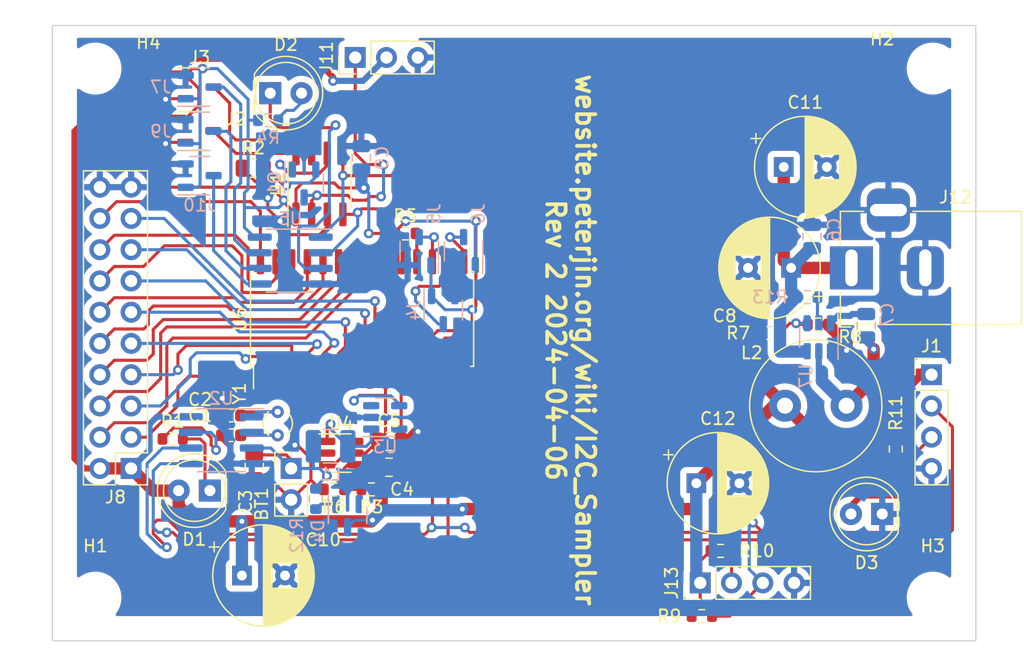
<source format=kicad_pcb>
(kicad_pcb (version 20211014) (generator pcbnew)
  (layers (0 "F.Cu" signal) (31 "B.Cu" signal) (34 "B.Paste" user) (35 "F.Paste" user) (36 "B.SilkS" user "B.Silkscreen") (37 "F.SilkS" user "F.Silkscreen") (38 "B.Mask" user) (39 "F.Mask" user) (44 "Edge.Cuts" user))
  (net 0 "")
  (net 1 "Net-(BT1-Pad1)")
  (net 2 "GND")
  (net 3 "Net-(C1-Pad1)")
  (net 4 "Net-(C2-Pad1)")
  (net 5 "VDD")
  (net 6 "Net-(D1-Pad1)")
  (net 7 "Net-(D2-Pad1)")
  (net 8 "Net-(D2-Pad2)")
  (net 9 "SDA")
  (net 10 "SCL")
  (net 11 "Net-(J2-Pad3)")
  (net 12 "Net-(J3-Pad3)")
  (net 13 "Net-(J4-Pad3)")
  (net 14 "Net-(J5-Pad3)")
  (net 15 "Net-(J6-Pad3)")
  (net 16 "Net-(J7-Pad3)")
  (net 17 "Net-(J8-Pad3)")
  (net 18 "Net-(J8-Pad4)")
  (net 19 "Net-(J8-Pad5)")
  (net 20 "Net-(J8-Pad6)")
  (net 21 "Net-(J8-Pad7)")
  (net 22 "Net-(J8-Pad8)")
  (net 23 "Net-(J8-Pad9)")
  (net 24 "Net-(J8-Pad10)")
  (net 25 "Net-(J8-Pad11)")
  (net 26 "Net-(J8-Pad12)")
  (net 27 "Net-(J8-Pad13)")
  (net 28 "Net-(J8-Pad14)")
  (net 29 "Net-(J8-Pad15)")
  (net 30 "Net-(J8-Pad16)")
  (net 31 "Net-(J8-Pad17)")
  (net 32 "Net-(J8-Pad18)")
  (net 33 "Net-(J9-Pad3)")
  (net 34 "Net-(J10-Pad3)")
  (net 35 "Net-(L1-Pad2)")
  (net 36 "Net-(Q1-Pad1)")
  (net 37 "Net-(Q1-Pad2)")
  (net 38 "1WIRE")
  (net 39 "Net-(R1-Pad1)")
  (net 40 "Net-(R3-Pad2)")
  (net 41 "Net-(R5-Pad2)")
  (net 48 "Net-(C11-Pad1)")
  (net 49 "Net-(C7-Pad1)")
  (net 50 "Net-(C7-Pad2)")
  (net 51 "Net-(R7-Pad2)")
  (net 52 "Net-(D3-Pad2)")
  (net 53 "Net-(D4-Pad1)")
  (net 55 "Net-(U7-Pad5)")
  (footprint "Capacitor_THT:CP_Radial_D8.0mm_P3.50mm" (layer "F.Cu") (at 110 69.7 180)
    (fp_text reference "C8")
    (fp_text value "C_Polarized")
  )
  (footprint "Resistor_SMD:R_0603_1608Metric" (layer "F.Cu") (at 104.275 92.7)
    (fp_text reference "R10")
    (fp_text value "R")
  )
  (footprint "Capacitor_SMD:C_0805_2012Metric" (layer "F.Cu") (at 77.35 85.9)
    (fp_text reference "C4")
    (fp_text value "C")
  )
  (footprint "Package_SO:SOIC-8_3.9x4.9mm_P1.27mm" (layer "F.Cu") (at 71.695 62.875 90)
    (fp_text reference "U1")
    (fp_text value "DS2482-100")
  )
  (footprint "Resistor_SMD:R_0603_1608Metric" (layer "F.Cu") (at 112.175 74.3)
    (fp_text reference "R8")
    (fp_text value "R")
  )
  (footprint "Capacitor_SMD:C_0805_2012Metric" (layer "F.Cu") (at 77.35 83.8)
    (fp_text reference "C5")
    (fp_text value "C")
  )
  (footprint "Resistor_SMD:R_0603_1608Metric" (layer "F.Cu") (at 78.675 66.9)
    (fp_text reference "R5")
    (fp_text value "R")
  )
  (footprint "Capacitor_THT:CP_Radial_D8.0mm_P3.50mm" (layer "F.Cu") (at 102.3 87.2)
    (fp_text reference "C12")
    (fp_text value "C_Polarized")
  )
  (footprint "LED_THT:LED_D5.0mm" (layer "F.Cu") (at 117.4 89.7 180)
    (fp_text reference "D3")
    (fp_text value "LED")
  )
  (footprint "Connector_BarrelJack:BarrelJack_Horizontal" (layer "F.Cu") (at 114.9 69.7 180)
    (fp_text reference "J12")
    (fp_text value "Barrel_Jack_Switch")
  )
  (footprint "Capacitor_SMD:C_0603_1608Metric" (layer "F.Cu") (at 64.525 83.3 180)
    (fp_text reference "C1")
    (fp_text value "4.7pf")
  )
  (footprint "Package_TO_SOT_SMD:SOT-23-3" (layer "F.Cu") (at 61.9375 58.55)
    (fp_text reference "J2")
    (fp_text value "Conn_01x03")
  )
  (footprint "MountingHole:MountingHole_3.2mm_M3" (layer "F.Cu") (at 121.5 96.5)
    (fp_text reference "H3")
    (fp_text value "MountingHole")
  )
  (footprint "LED_THT:LED_D5.0mm" (layer "F.Cu") (at 62.8 87.8 180)
    (fp_text reference "D1")
    (fp_text value "LED")
  )
  (footprint "Connector_PinHeader_2.54mm:PinHeader_1x02_P2.54mm_Vertical" (layer "F.Cu") (at 69.4 86)
    (fp_text reference "BT1")
    (fp_text value "Battery_Cell")
  )
  (footprint "MountingHole:MountingHole_3.2mm_M3" (layer "F.Cu") (at 121.5 53.5)
    (fp_text reference "H2")
    (fp_text value "MountingHole")
  )
  (footprint "Capacitor_SMD:C_0603_1608Metric" (layer "F.Cu") (at 64.525 81.7 180)
    (fp_text reference "C2")
    (fp_text value "4.7pf")
  )
  (footprint "Package_SO:SOIC-28W_7.5x17.9mm_P1.27mm" (layer "F.Cu") (at 75.155 73.85 90)
    (fp_text reference "U6")
    (fp_text value "MCP23017_SO")
  )
  (footprint "LED_THT:LED_D5.0mm" (layer "F.Cu") (at 67.7 55.5)
    (fp_text reference "D2")
    (fp_text value "LED")
  )
  (footprint "Resistor_SMD:R_0805_2012Metric" (layer "F.Cu") (at 66.3125 61.6)
    (fp_text reference "R2")
    (fp_text value "75")
  )
  (footprint "Resistor_SMD:R_0603_1608Metric" (layer "F.Cu") (at 75.925 87.7 180)
    (fp_text reference "R3")
    (fp_text value "R")
  )
  (footprint "Resistor_SMD:R_0603_1608Metric" (layer "F.Cu") (at 102.75 98)
    (fp_text reference "R9")
    (fp_text value "R")
  )
  (footprint "Resistor_SMD:R_0603_1608Metric" (layer "F.Cu") (at 72.875 87.7)
    (fp_text reference "R6")
    (fp_text value "R")
  )
  (footprint "Crystal:Crystal_Round_D2.0mm_Vertical" (layer "F.Cu") (at 68.3 83.3 90)
    (fp_text reference "Y1")
    (fp_text value "Crystal")
  )
  (footprint "Connector_PinHeader_2.54mm:PinHeader_2x10_P2.54mm_Vertical" (layer "F.Cu") (at 56.4 86 180)
    (fp_text reference "J8")
    (fp_text value "Conn_02x10_Odd_Even")
  )
  (footprint "Resistor_SMD:R_0603_1608Metric" (layer "F.Cu") (at 108.275 75)
    (fp_text reference "R7")
    (fp_text value "R")
  )
  (footprint "MountingHole:MountingHole_3.2mm_M3" (layer "F.Cu") (at 53.5 53.5)
    (fp_text reference "H4")
    (fp_text value "MountingHole")
  )
  (footprint "Package_TO_SOT_SMD:SOT-23-6" (layer "F.Cu") (at 73.4625 84.75)
    (fp_text reference "U4")
    (fp_text value "MCP1640BCH")
  )
  (footprint "Connector_PinHeader_2.54mm:PinHeader_1x04_P2.54mm_Vertical" (layer "F.Cu") (at 121.4 78.38)
    (fp_text reference "J1")
    (fp_text value "Conn_01x04")
  )
  (footprint "Resistor_SMD:R_0603_1608Metric" (layer "F.Cu") (at 118.5 84.425 -90)
    (fp_text reference "R11")
    (fp_text value "R")
  )
  (footprint "Capacitor_THT:CP_Radial_D8.0mm_P3.50mm" (layer "F.Cu") (at 109.4 61.5)
    (fp_text reference "C11")
    (fp_text value "C_Polarized")
  )
  (footprint "Connector_PinHeader_2.54mm:PinHeader_1x03_P2.54mm_Vertical" (layer "F.Cu") (at 74.6 52.6 90)
    (fp_text reference "J11")
    (fp_text value "Conn_01x03")
  )
  (footprint "Resistor_SMD:R_0603_1608Metric" (layer "F.Cu") (at 59.775 83.6)
    (fp_text reference "R1")
    (fp_text value "R")
  )
  (footprint "MountingHole:MountingHole_3.2mm_M3" (layer "F.Cu") (at 53.5 96.5)
    (fp_text reference "H1")
    (fp_text value "MountingHole")
  )
  (footprint "Capacitor_THT:CP_Radial_D8.0mm_P3.50mm" (layer "F.Cu") (at 65.4 94.7)
    (fp_text reference "C10")
    (fp_text value "C_Polarized")
  )
  (footprint "Package_TO_SOT_SMD:SOT-23-3" (layer "F.Cu") (at 61.9625 55)
    (fp_text reference "J3")
    (fp_text value "Conn_01x03")
  )
  (footprint "Inductor_THT:L_Radial_D10.5mm_P5.00mm_Abacron_AISR-01" (layer "F.Cu") (at 109.5 80.9)
    (fp_text reference "L2")
    (fp_text value "L")
  )
  (footprint "Capacitor_SMD:C_0805_2012Metric" (layer "F.Cu") (at 66.4 85.85 -90)
    (fp_text reference "C3")
    (fp_text value "C")
  )
  (footprint "Connector_PinHeader_2.54mm:PinHeader_1x04_P2.54mm_Vertical" (layer "F.Cu") (at 102.62 95.3 90)
    (fp_text reference "J13")
    (fp_text value "Conn_01x04")
  )
  (footprint "Package_TO_SOT_SMD:SOT-23" (layer "B.Cu") (at 73.98 89.8375 -90)
    (fp_text reference "D4")
    (fp_text value "BAT54A")
  )
  (footprint "Package_SO:SOIC-8_3.9x4.9mm_P1.27mm" (layer "B.Cu") (at 63.725 83.705 180)
    (fp_text reference "U2")
    (fp_text value "DS1307Z+")
  )
  (footprint "Resistor_SMD:R_0603_1608Metric" (layer "B.Cu") (at 71.405 88.48 90)
    (fp_text reference "R12")
    (fp_text value "R")
  )
  (footprint "Capacitor_SMD:C_0805_2012Metric" (layer "B.Cu") (at 111.7 67.15 90)
    (fp_text reference "C6")
    (fp_text value "C")
  )
  (footprint "Package_TO_SOT_SMD:SOT-23-3" (layer "B.Cu") (at 61.9625 58.6)
    (fp_text reference "J9")
    (fp_text value "Conn_01x03")
  )
  (footprint "Inductor_SMD:L_1210_3225Metric" (layer "B.Cu") (at 72.6 84.2)
    (fp_text reference "L1")
    (fp_text value "L")
  )
  (footprint "Package_TO_SOT_SMD:SOT-23-3" (layer "B.Cu") (at 83.4 68.3375 90)
    (fp_text reference "J6")
    (fp_text value "Conn_01x03")
  )
  (footprint "Package_TO_SOT_SMD:SOT-23-3" (layer "B.Cu") (at 79.8 68.3375 90)
    (fp_text reference "J5")
    (fp_text value "Conn_01x03")
  )
  (footprint "Package_TO_SOT_SMD:SOT-23-3" (layer "B.Cu") (at 61.9625 62.2)
    (fp_text reference "J10")
    (fp_text value "Conn_01x03")
  )
  (footprint "Package_TO_SOT_SMD:SOT-23-5" (layer "B.Cu") (at 77.0375 81.85)
    (fp_text reference "U3")
    (fp_text value "TPS613222ADBV")
  )
  (footprint "Capacitor_SMD:C_0805_2012Metric" (layer "B.Cu") (at 116.1 74.4 -90)
    (fp_text reference "C7")
    (fp_text value "C")
  )
  (footprint "Resistor_SMD:R_0603_1608Metric" (layer "B.Cu") (at 111.315 72.0725)
    (fp_text reference "R13")
    (fp_text value "R")
  )
  (footprint "Resistor_SMD:R_0603_1608Metric" (layer "B.Cu") (at 67.525 57.7)
    (fp_text reference "R4")
    (fp_text value "R")
  )
  (footprint "Capacitor_SMD:C_0805_2012Metric" (layer "B.Cu") (at 75.1 60.75 90)
    (fp_text reference "C9")
    (fp_text value "C")
  )
  (footprint "Package_SO:SOIC-8_3.9x4.9mm_P1.27mm" (layer "B.Cu") (at 69.325 69.105 180)
    (fp_text reference "U5")
    (fp_text value "LM75B")
  )
  (footprint "Package_TO_SOT_SMD:SOT-23-3" (layer "B.Cu") (at 61.9625 55)
    (fp_text reference "J7")
    (fp_text value "Conn_01x03")
  )
  (footprint "Package_TO_SOT_SMD:SOT-23-3" (layer "B.Cu") (at 81.75 73.1375 -90)
    (fp_text reference "J4")
    (fp_text value "Conn_01x03")
  )
  (footprint "Package_TO_SOT_SMD:SOT-23-3" (layer "B.Cu") (at 70.45 62.8375 -90)
    (fp_text reference "Q1")
    (fp_text value "Q_PMOS_GSD")
  )
  (footprint "Package_TO_SOT_SMD:SOT-23-6" (layer "B.Cu") (at 112.25 75.3375 90)
    (fp_text reference "U7")
    (fp_text value "AP62200")
  )
  (gr_line (start 125 50) (end 50 50) (layer "Edge.Cuts") (width 0.1))
  (gr_line (start 50 50) (end 50 100) (layer "Edge.Cuts") (width 0.1))
  (gr_line (start 50 100) (end 125 100) (layer "Edge.Cuts") (width 0.1))
  (gr_line (start 125 100) (end 125 50) (layer "Edge.Cuts") (width 0.1))
  (gr_text "website.peterjin.org/wiki/I2C_Sampler\nRev 2 2024-04-06" (at 92.075 75.565 270) (layer "F.SilkS") (effects (font (size 1.5 1.5) (thickness 0.3))))
  (segment (start 66.4 84.9) (end 69 84.9) (width 0.25) (layer "F.Cu") (net 1))
  (segment (start 73.5 85.1) (end 73.5 84.4) (width 0.25) (layer "F.Cu") (net 1))
  (segment (start 69.4 85.3) (end 69.4 86) (width 0.25) (layer "F.Cu") (net 1))
  (segment (start 72.325 86.575) (end 72.3 86.6) (width 0.25) (layer "F.Cu") (net 1))
  (segment (start 73.5 84.4) (end 74.1 83.8) (width 0.25) (layer "F.Cu") (net 1))
  (segment (start 74.1 83.8) (end 74.6 83.8) (width 0.25) (layer "F.Cu") (net 1))
  (segment (start 72.9 85.7) (end 73.5 85.1) (width 0.25) (layer "F.Cu") (net 1))
  (segment (start 72.325 85.7) (end 72.9 85.7) (width 0.25) (layer "F.Cu") (net 1))
  (segment (start 69 84.9) (end 69.4 85.3) (width 0.25) (layer "F.Cu") (net 1))
  (segment (start 72.325 85.7) (end 72.325 86.575) (width 0.25) (layer "F.Cu") (net 1))
  (via (at 72.3 86.6) (size 0.8) (drill 0.4) (layers "F.Cu" "B.Cu") (net 1))
  (segment (start 71.2 86) (end 71.7 86) (width 0.25) (layer "B.Cu") (net 1))
  (segment (start 71.405 87.655) (end 71.405 87.495) (width 0.25) (layer "B.Cu") (net 1))
  (segment (start 69.4 86) (end 71.2 86) (width 0.25) (layer "B.Cu") (net 1))
  (segment (start 69.4 86) (end 67.74 84.34) (width 0.25) (layer "B.Cu") (net 1))
  (segment (start 67.74 84.34) (end 66.2 84.34) (width 0.25) (layer "B.Cu") (net 1))
  (segment (start 71.7 86) (end 72.3 86.6) (width 0.25) (layer "B.Cu") (net 1))
  (segment (start 71.2 84.2) (end 71.2 86) (width 0.25) (layer "B.Cu") (net 1))
  (segment (start 71.405 87.495) (end 72.3 86.6) (width 0.25) (layer "B.Cu") (net 1))
  (segment (start 72.325 84.75) (end 71.45 84.75) (width 0.25) (layer "F.Cu") (net 2))
  (segment (start 66.4 86.8) (end 67.66 86.8) (width 0.25) (layer "F.Cu") (net 2))
  (segment (start 63.75 81.7) (end 63.75 83.3) (width 0.25) (layer "F.Cu") (net 2))
  (segment (start 59.3 59.5) (end 59.2 59.6) (width 0.25) (layer "F.Cu") (net 2))
  (segment (start 78.3 83.8) (end 78.9 83.8) (width 1) (layer "F.Cu") (net 2))
  (segment (start 69.3 67) (end 71.7 67) (width 0.25) (layer "F.Cu") (net 2))
  (segment (start 63.75 83.3) (end 63.75 83.65) (width 0.25) (layer "F.Cu") (net 2))
  (segment (start 72.05 87.7) (end 71.76 87.7) (width 0.25) (layer "F.Cu") (net 2))
  (segment (start 63.75 81.7) (end 63.8 81.65) (width 0.25) (layer "F.Cu") (net 2))
  (segment (start 78.9 83.8) (end 79.7 83) (width 1) (layer "F.Cu") (net 2))
  (segment (start 63.75 83.65) (end 64.5 84.4) (width 0.25) (layer "F.Cu") (net 2))
  (segment (start 64.5 86.5) (end 64.8 86.8) (width 0.25) (layer "F.Cu") (net 2))
  (segment (start 66.64 63.14) (end 67.5 64) (width 0.25) (layer "F.Cu") (net 2))
  (segment (start 67.5 64) (end 67.5 64.9) (width 0.25) (layer "F.Cu") (net 2))
  (segment (start 64.8 86.8) (end 66.4 86.8) (width 0.25) (layer "F.Cu") (net 2))
  (segment (start 60.8 59.5) (end 59.3 59.5) (width 0.25) (layer "F.Cu") (net 2))
  (segment (start 71 85.2) (end 69.9 84.1) (width 0.25) (layer "F.Cu") (net 2))
  (segment (start 68.5 65.9) (end 68.5 66.2) (width 0.25) (layer "F.Cu") (net 2))
  (segment (start 59.25 55.95) (end 59.2 56) (width 0.25) (layer "F.Cu") (net 2))
  (segment (start 68.5 66.2) (end 69.3 67) (width 0.25) (layer "F.Cu") (net 2))
  (segment (start 71.45 84.75) (end 71 85.2) (width 0.25) (layer "F.Cu") (net 2))
  (segment (start 71 85.2) (end 71 86.94) (width 0.25) (layer "F.Cu") (net 2))
  (segment (start 72.33 66.37) (end 72.33 65.35) (width 0.25) (layer "F.Cu") (net 2))
  (segment (start 69.9 84.1) (end 69.7 84.1) (width 0.25) (layer "F.Cu") (net 2))
  (segment (start 63.8 81.65) (end 63.8 80.3) (width 0.25) (layer "F.Cu") (net 2))
  (segment (start 71.7 67) (end 72.33 66.37) (width 0.25) (layer "F.Cu") (net 2))
  (segment (start 60.825 55.95) (end 59.25 55.95) (width 0.25) (layer "F.Cu") (net 2))
  (segment (start 71.76 87.7) (end 71 86.94) (width 0.25) (layer "F.Cu") (net 2))
  (segment (start 71 86.94) (end 69.4 88.54) (width 0.25) (layer "F.Cu") (net 2))
  (segment (start 78.3 85.9) (end 78.3 83.8) (width 1) (layer "F.Cu") (net 2))
  (segment (start 67.66 86.8) (end 69.4 88.54) (width 0.25) (layer "F.Cu") (net 2))
  (segment (start 113 74.3) (end 114.5 75.8) (width 1) (layer "F.Cu") (net 2))
  (segment (start 64.5 84.4) (end 64.5 86.5) (width 0.25) (layer "F.Cu") (net 2))
  (segment (start 56.4 63.14) (end 66.64 63.14) (width 0.25) (layer "F.Cu") (net 2))
  (segment (start 78.33 83.77) (end 78.3 83.8) (width 0.25) (layer "F.Cu") (net 2))
  (segment (start 78.33 78.5) (end 78.33 83.77) (width 0.25) (layer "F.Cu") (net 2))
  (segment (start 114.5 75.8) (end 114.5 76.4) (width 1) (layer "F.Cu") (net 2))
  (segment (start 67.5 64.9) (end 68.5 65.9) (width 0.25) (layer "F.Cu") (net 2))
  (via (at 67.5 64) (size 0.8) (drill 0.4) (layers "F.Cu" "B.Cu") (net 2))
  (via (at 114.5 76.4) (size 0.8) (drill 0.4) (layers "F.Cu" "B.Cu") (net 2))
  (via (at 63.8 80.3) (size 0.8) (drill 0.4) (layers "F.Cu" "B.Cu") (net 2))
  (via (at 79.7 83) (size 0.8) (drill 0.4) (layers "F.Cu" "B.Cu") (net 2))
  (via (at 59.2 59.6) (size 0.8) (drill 0.4) (layers "F.Cu" "B.Cu") (net 2))
  (via (at 69.7 84.1) (size 0.8) (drill 0.4) (layers "F.Cu" "B.Cu") (net 2))
  (via (at 68.5 65.9) (size 0.8) (drill 0.4) (layers "F.Cu" "B.Cu") (net 2))
  (via (at 59.2 56) (size 0.8) (drill 0.4) (layers "F.Cu" "B.Cu") (net 2))
  (segment (start 68.3 83.3) (end 65.3 83.3) (width 0.25) (layer "F.Cu") (net 3))
  (segment (start 66.43 83.3) (end 66.2 83.07) (width 0.25) (layer "B.Cu") (net 3))
  (segment (start 68.3 83.3) (end 66.43 83.3) (width 0.25) (layer "B.Cu") (net 3))
  (segment (start 65.6 81.4) (end 68.3 81.4) (width 0.25) (layer "F.Cu") (net 4))
  (segment (start 65.3 81.7) (end 65.6 81.4) (width 0.25) (layer "F.Cu") (net 4))
  (segment (start 66.6 81.4) (end 66.2 81.8) (width 0.25) (layer "B.Cu") (net 4))
  (segment (start 68.3 81.4) (end 66.6 81.4) (width 0.25) (layer "B.Cu") (net 4))
  (segment (start 84.1 74.3) (end 83.6 74.8) (width 0.25) (layer "F.Cu") (net 5))
  (segment (start 77.06 80.06) (end 77.06 83.14) (width 0.25) (layer "F.Cu") (net 5))
  (segment (start 84.4 72.8) (end 84.1 73.1) (width 0.25) (layer "F.Cu") (net 5))
  (segment (start 102.62 95.3) (end 102.62 97.305) (width 0.25) (layer "F.Cu") (net 5))
  (segment (start 68.8 64.2) (end 68.8 64.36) (width 0.25) (layer "F.Cu") (net 5))
  (segment (start 108.6 80.9) (end 102.3 87.2) (width 1) (layer "F.Cu") (net 5))
  (segment (start 107.45 75) (end 107.45 78.85) (width 1) (layer "F.Cu") (net 5))
  (segment (start 77.06 78.5) (end 77.06 80.06) (width 0.25) (layer "F.Cu") (net 5))
  (segment (start 109.5 80.9) (end 108.6 80.9) (width 1) (layer "F.Cu") (net 5))
  (segment (start 76.4 83.8) (end 76.4 85.9) (width 0.25) (layer "F.Cu") (net 5))
  (segment (start 60.7 57.5) (end 60.8 57.6) (width 0.5) (layer "F.Cu") (net 5))
  (segment (start 67.29 62.69) (end 68.8 64.2) (width 0.25) (layer "F.Cu") (net 5))
  (segment (start 84.4 65.9) (end 84.4 72.8) (width 0.25) (layer "F.Cu") (net 5))
  (segment (start 77.06 83.14) (end 76.4 83.8) (width 0.25) (layer "F.Cu") (net 5))
  (segment (start 73.3 63.2) (end 75.3 63.2) (width 0.25) (layer "F.Cu") (net 5))
  (segment (start 52.6 86) (end 51.8 85.2) (width 0.5) (layer "F.Cu") (net 5))
  (segment (start 60.26 87.8) (end 58.2 87.8) (width 1) (layer "F.Cu") (net 5))
  (segment (start 58.8 53.9) (end 60.675 53.9) (width 0.5) (layer "F.Cu") (net 5))
  (segment (start 71.3 52.7) (end 71.4 52.8) (width 0.5) (layer "F.Cu") (net 5))
  (segment (start 76.75 87.7) (end 76.75 89.45) (width 1) (layer "F.Cu") (net 5))
  (segment (start 53.86 86) (end 52.6 86) (width 0.5) (layer "F.Cu") (net 5))
  (segment (start 107.45 78.85) (end 109.5 80.9) (width 1) (layer "F.Cu") (net 5))
  (segment (start 72.9 62.8) (end 73.3 63.2) (width 0.25) (layer "F.Cu") (net 5))
  (segment (start 75.9 90.3) (end 76 90.2) (width 1) (layer "F.Cu") (net 5))
  (segment (start 65.4 90.3) (end 75.9 90.3) (width 1) (layer "F.Cu") (net 5))
  (segment (start 58.2 87.8) (end 56.4 86) (width 1) (layer "F.Cu") (net 5))
  (segment (start 77.4 77) (end 77.06 77.34) (width 0.25) (layer "F.Cu") (net 5))
  (segment (start 75.45 84.75) (end 76.4 83.8) (width 0.25) (layer "F.Cu") (net 5))
  (segment (start 61.487208 90.3) (end 65.4 90.3) (width 1) (layer "F.Cu") (net 5))
  (segment (start 61.9 55.125) (end 60.825 54.05) (width 0.25) (layer "F.Cu") (net 5))
  (segment (start 69.79 65.35) (end 69.79 63.31) (width 0.25) (layer "F.Cu") (net 5))
  (segment (start 80.2 75.9) (end 80.2 76.7) (width 0.25) (layer "F.Cu") (net 5))
  (segment (start 60.26 87.8) (end 60.26 89.072792) (width 1) (layer "F.Cu") (net 5))
  (segment (start 60.825 54.05) (end 60.8 54.025) (width 0.5) (layer "F.Cu") (net 5))
  (segment (start 120.32 78.38) (end 121.4 78.38) (width 1) (layer "F.Cu") (net 5))
  (segment (start 60.8 54.025) (end 60.8 53.1) (width 0.5) (layer "F.Cu") (net 5))
  (segment (start 76.75 86.25) (end 76.4 85.9) (width 0.25) (layer "F.Cu") (net 5))
  (segment (start 60.675 53.9) (end 60.825 54.05) (width 0.5) (layer "F.Cu") (net 5))
  (segment (start 118.2 83.3) (end 118.5 83.6) (width 1) (layer "F.Cu") (net 5))
  (segment (start 61.9 56.5) (end 61.9 55.125) (width 0.25) (layer "F.Cu") (net 5))
  (segment (start 66.49 62.69) (end 67.29 62.69) (width 0.25) (layer "F.Cu") (net 5))
  (segment (start 83.3 89.3) (end 102.3 89.3) (width 1) (layer "F.Cu") (net 5))
  (segment (start 77.85 66.9) (end 77.85 66.75) (width 0.25) (layer "F.Cu") (net 5))
  (segment (start 70.3 62.8) (end 72.8 62.8) (width 0.25) (layer "F.Cu") (net 5))
  (segment (start 58.1 54.6) (end 58.8 53.9) (width 0.5) (layer "F.Cu") (net 5))
  (segment (start 75.45 84.75) (end 75.45 84.95) (width 0.25) (layer "F.Cu") (net 5))
  (segment (start 119.3 82.8) (end 119.3 79.4) (width 1) (layer "F.Cu") (net 5))
  (segment (start 60.8 57.6) (end 61.9 56.5) (width 0.25) (layer "F.Cu") (net 5))
  (segment (start 103.45 92.7) (end 102.62 93.53) (width 0.25) (layer "F.Cu") (net 5))
  (segment (start 109.5 80.9) (end 111.9 83.3) (width 1) (layer "F.Cu") (net 5))
  (segment (start 60.26 89.072792) (end 61.487208 90.3) (width 1) (layer "F.Cu") (net 5))
  (segment (start 51.8 58.6) (end 52.9 57.5) (width 0.5) (layer "F.Cu") (net 5))
  (segment (start 53.86 86) (end 56.4 86) (width 1) (layer "F.Cu") (net 5))
  (segment (start 84.1 73.1) (end 84.1 74.3) (width 0.25) (layer "F.Cu") (net 5))
  (segment (start 58.1 57.5) (end 60.7 57.5) (width 0.5) (layer "F.Cu") (net 5))
  (segment (start 75.45 84.95) (end 76.4 85.9) (width 0.25) (layer "F.Cu") (net 5))
  (segment (start 52.9 57.5) (end 58.1 57.5) (width 0.5) (layer "F.Cu") (net 5))
  (segment (start 69.79 63.31) (end 70.3 62.8) (width 0.25) (layer "F.Cu") (net 5))
  (segment (start 83.6 74.8) (end 81.3 74.8) (width 0.25) (layer "F.Cu") (net 5))
  (segment (start 60.8 53.1) (end 60.8 52.9) (width 0.5) (layer "F.Cu") (net 5))
  (segment (start 72.8 62.8) (end 72.9 62.8) (width 0.25) (layer "F.Cu") (net 5))
  (segment (start 77.06 77.34) (end 77.06 78.5) (width 0.25) (layer "F.Cu") (net 5))
  (segment (start 111.9 83.3) (end 118.2 83.3) (width 1) (layer "F.Cu") (net 5))
  (segment (start 77.06 80.06) (end 74.94 80.06) (width 0.25) (layer "F.Cu") (net 5))
  (segment (start 74.6 84.75) (end 75.45 84.75) (width 0.25) (layer "F.Cu") (net 5))
  (segment (start 118.5 83.6) (end 119.3 82.8) (width 1) (layer "F.Cu") (net 5))
  (segment (start 79.9 77) (end 77.4 77) (width 0.25) (layer "F.Cu") (net 5))
  (segment (start 72.8 54.2) (end 72.8 54.5) (width 0.5) (layer "F.Cu") (net 5))
  (segment (start 51.8 85.2) (end 51.8 58.6) (width 0.5) (layer "F.Cu") (net 5))
  (segment (start 102.3 89.3) (end 102.3 87.2) (width 1) (layer "F.Cu") (net 5))
  (segment (start 74.94 80.06) (end 74.5 80.5) (width 0.25) (layer "F.Cu") (net 5))
  (segment (start 119.3 79.4) (end 120.32 78.38) (width 1) (layer "F.Cu") (net 5))
  (segment (start 60.8 52.9) (end 61 52.7) (width 0.5) (layer "F.Cu") (net 5))
  (segment (start 61.375 53.5) (end 60.825 54.05) (width 0.25) (layer "F.Cu") (net 5))
  (segment (start 71.4 52.8) (end 72.8 54.2) (width 0.5) (layer "F.Cu") (net 5))
  (segment (start 68.8 64.36) (end 69.79 65.35) (width 0.25) (layer "F.Cu") (net 5))
  (segment (start 61 52.7) (end 71.3 52.7) (width 0.5) (layer "F.Cu") (net 5))
  (segment (start 76.75 87.7) (end 76.75 86.25) (width 0.25) (layer "F.Cu") (net 5))
  (segment (start 102.62 97.305) (end 101.925 98) (width 0.25) (layer "F.Cu") (net 5))
  (segment (start 80.2 76.7) (end 79.9 77) (width 0.25) (layer "F.Cu") (net 5))
  (segment (start 77.85 66.9) (end 75.7 66.9) (width 0.25) (layer "F.Cu") (net 5))
  (segment (start 58.1 57.5) (end 58.1 54.6) (width 0.5) (layer "F.Cu") (net 5))
  (segment (start 77.85 66.75) (end 78.7 65.9) (width 0.25) (layer "F.Cu") (net 5))
  (segment (start 102.62 93.53) (end 102.62 95.3) (width 0.25) (layer "F.Cu") (net 5))
  (segment (start 62.2 53.5) (end 61.375 53.5) (width 0.25) (layer "F.Cu") (net 5))
  (segment (start 81.3 74.8) (end 80.2 75.9) (width 0.25) (layer "F.Cu") (net 5))
  (segment (start 65.4 61.6) (end 66.49 62.69) (width 0.25) (layer "F.Cu") (net 5))
  (segment (start 76.75 89.45) (end 76 90.2) (width 1) (layer "F.Cu") (net 5))
  (via (at 72.8 54.5) (size 0.8) (drill 0.4) (layers "F.Cu" "B.Cu") (net 5))
  (via (at 84.1 73.1) (size 0.8) (drill 0.4) (layers "F.Cu" "B.Cu") (net 5))
  (via (at 78.7 65.9) (size 0.8) (drill 0.4) (layers "F.Cu" "B.Cu") (net 5))
  (via (at 75.7 66.9) (size 0.8) (drill 0.4) (layers "F.Cu" "B.Cu") (net 5))
  (via (at 65.4 90.3) (size 0.8) (drill 0.4) (layers "F.Cu" "B.Cu") (net 5))
  (via (at 68.8 64.2) (size 0.8) (drill 0.4) (layers "F.Cu" "B.Cu") (net 5))
  (via (at 84.4 65.9) (size 0.8) (drill 0.4) (layers "F.Cu" "B.Cu") (net 5))
  (via (at 75.3 63.2) (size 0.8) (drill 0.4) (layers "F.Cu" "B.Cu") (net 5))
  (via (at 76 90.2) (size 0.8) (drill 0.4) (layers "F.Cu" "B.Cu") (net 5))
  (via (at 83.3 89.3) (size 0.8) (drill 0.4) (layers "F.Cu" "B.Cu") (net 5))
  (via (at 62.2 53.5) (size 0.8) (drill 0.4) (layers "F.Cu" "B.Cu") (net 5))
  (via (at 74.5 80.5) (size 0.8) (drill 0.4) (layers "F.Cu" "B.Cu") (net 5))
  (segment (start 80.8 72) (end 80.75 71.95) (width 0.25) (layer "B.Cu") (net 5))
  (segment (start 61.95 55.95) (end 62 55.9) (width 0.25) (layer "B.Cu") (net 5))
  (segment (start 80.8 72) (end 81.9 73.1) (width 0.25) (layer "B.Cu") (net 5))
  (segment (start 72.8 54.5) (end 75.24 54.5) (width 0.5) (layer "B.Cu") (net 5))
  (segment (start 61.85 63.15) (end 62 63) (width 0.25) (layer "B.Cu") (net 5))
  (segment (start 75.7 63.6) (end 75.7 66.9) (width 0.25) (layer "B.Cu") (net 5))
  (segment (start 60.825 63.15) (end 61.85 63.15) (width 0.25) (layer "B.Cu") (net 5))
  (segment (start 75.3 63.2) (end 75.7 63.6) (width 0.25) (layer "B.Cu") (net 5))
  (segment (start 60.825 55.95) (end 61.95 55.95) (width 0.25) (layer "B.Cu") (net 5))
  (segment (start 83.2 89.4) (end 83.3 89.3) (width 1) (layer "B.Cu") (net 5))
  (segment (start 57.9 82.4) (end 57.9 84.5) (width 0.5) (layer "B.Cu") (net 5))
  (segment (start 61.25 81.8) (end 58.5 81.8) (width 0.5) (layer "B.Cu") (net 5))
  (segment (start 80.75 70.75) (end 80.75 69.475) (width 0.25) (layer "B.Cu") (net 5))
  (segment (start 65.6 64.7) (end 65.6 66.4) (width 0.25) (layer "B.Cu") (net 5))
  (segment (start 65.9 57.7) (end 65.9 63.3) (width 0.25) (layer "B.Cu") (net 5))
  (segment (start 74.555 90.2) (end 73.98 90.775) (width 0.25) (layer "B.Cu") (net 5))
  (segment (start 65.6 64.7) (end 65.7 64.8) (width 0.25) (layer "B.Cu") (net 5))
  (segment (start 58.5 81.8) (end 57.9 82.4) (width 0.5) (layer "B.Cu") (net 5))
  (segment (start 57.9 84.5) (end 56.4 86) (width 0.5) (layer "B.Cu") (net 5))
  (segment (start 65.9 56) (end 65.9 57.7) (width 0.25) (layer "B.Cu") (net 5))
  (segment (start 84.4 66.4) (end 84.4 65.9) (width 0.25) (layer "B.Cu") (net 5))
  (segment (start 81.9 73.1) (end 84.1 73.1) (width 0.25) (layer "B.Cu") (net 5))
  (segment (start 65.7 64.8) (end 68.4 64.8) (width 0.25) (layer "B.Cu") (net 5))
  (segment (start 75.1 63) (end 75.3 63.2) (width 1) (layer "B.Cu") (net 5))
  (segment (start 62 55.9) (end 62 53.7) (width 0.25) (layer "B.Cu") (net 5))
  (segment (start 60.875 59.6) (end 60.825 59.55) (width 0.25) (layer "B.Cu") (net 5))
  (segment (start 75.24 54.5) (end 77.14 52.6) (width 0.5) (layer "B.Cu") (net 5))
  (segment (start 65.6 66.4) (end 66.4 67.2) (width 0.25) (layer "B.Cu") (net 5))
  (segment (start 84.35 66.45) (end 84.4 66.4) (width 0.25) (layer "B.Cu") (net 5))
  (segment (start 74.5 80.5) (end 74.9 80.1) (width 0.25) (layer "B.Cu") (net 5))
  (segment (start 102.3 87.2) (end 102.3 94.98) (width 1) (layer "B.Cu") (net 5))
  (segment (start 84.35 69.475) (end 84.35 66.45) (width 0.25) (layer "B.Cu") (net 5))
  (segment (start 65.9 63.3) (end 65.6 63.6) (width 0.25) (layer "B.Cu") (net 5))
  (segment (start 77.5 80.1) (end 78.175 80.775) (width 0.25) (layer "B.Cu") (net 5))
  (segment (start 63.4 53.5) (end 65.9 56) (width 0.25) (layer "B.Cu") (net 5))
  (segment (start 62 59.6) (end 62 55.9) (width 0.25) (layer "B.Cu") (net 5))
  (segment (start 78.175 80.775) (end 78.175 80.9) (width 0.25) (layer "B.Cu") (net 5))
  (segment (start 62 59.6) (end 60.875 59.6) (width 0.25) (layer "B.Cu") (net 5))
  (segment (start 80.75 71.95) (end 80.75 70.75) (width 0.25) (layer "B.Cu") (net 5))
  (segment (start 65.6 63.6) (end 65.6 64.7) (width 0.25) (layer "B.Cu") (net 5))
  (segment (start 76.8 89.4) (end 81.6 89.4) (width 1) (layer "B.Cu") (net 5))
  (segment (start 84.4 65.9) (end 78.7 65.9) (width 0.25) (layer "B.Cu") (net 5))
  (segment (start 76 90.2) (end 76.8 89.4) (width 1) (layer "B.Cu") (net 5))
  (segment (start 76 90.2) (end 74.555 90.2) (width 0.25) (layer "B.Cu") (net 5))
  (segment (start 102.3 94.98) (end 102.62 95.3) (width 1) (layer "B.Cu") (net 5))
  (segment (start 62 63) (end 62 59.6) (width 0.25) (layer "B.Cu") (net 5))
  (segment (start 65.9 57.7) (end 66.7 57.7) (width 0.25) (layer "B.Cu") (net 5))
  (segment (start 66.4 67.2) (end 66.85 67.2) (width 0.25) (layer "B.Cu") (net 5))
  (segment (start 81.6 89.4) (end 83.2 89.4) (width 1) (layer "B.Cu") (net 5))
  (segment (start 74.9 80.1) (end 77.5 80.1) (width 0.25) (layer "B.Cu") (net 5))
  (segment (start 75.1 61.7) (end 75.1 63) (width 1) (layer "B.Cu") (net 5))
  (segment (start 65.4 94.7) (end 65.4 90.3) (width 1) (layer "B.Cu") (net 5))
  (segment (start 68.8 64.4) (end 68.8 64.2) (width 0.25) (layer "B.Cu") (net 5))
  (segment (start 68.4 64.8) (end 68.8 64.4) (width 0.25) (layer "B.Cu") (net 5))
  (segment (start 62 53.7) (end 62.2 53.5) (width 0.25) (layer "B.Cu") (net 5))
  (segment (start 62.2 53.5) (end 63.4 53.5) (width 0.25) (layer "B.Cu") (net 5))
  (segment (start 62.4 84) (end 62.4 87.4) (width 0.25) (layer "F.Cu") (net 6))
  (segment (start 62.4 87.4) (end 62.8 87.8) (width 0.25) (layer "F.Cu") (net 6))
  (segment (start 60.6 83.6) (end 62 83.6) (width 0.25) (layer "F.Cu") (net 6))
  (segment (start 62 83.6) (end 62.4 84) (width 0.25) (layer "F.Cu") (net 6))
  (segment (start 67.7 57.6) (end 68.3 58.2) (width 0.25) (layer "F.Cu") (net 7))
  (segment (start 68.4 58.3) (end 72.4 58.3) (width 0.25) (layer "F.Cu") (net 7))
  (segment (start 67.7 55.5) (end 67.7 57.6) (width 0.25) (layer "F.Cu") (net 7))
  (segment (start 72.4 58.3) (end 72.8 58.3) (width 0.25) (layer "F.Cu") (net 7))
  (segment (start 72.8 58.3) (end 73 58.1) (width 0.25) (layer "F.Cu") (net 7))
  (segment (start 68.3 58.2) (end 68.4 58.3) (width 0.25) (layer "F.Cu") (net 7))
  (via (at 73 58.1) (size 0.8) (drill 0.4) (layers "F.Cu" "B.Cu") (net 7))
  (segment (start 70 69.2) (end 70.54 69.74) (width 0.25) (layer "B.Cu") (net 7))
  (segment (start 70 66.5) (end 70 69.2) (width 0.25) (layer "B.Cu") (net 7))
  (segment (start 72.5 58.6) (end 72.5 65.2) (width 0.25) (layer "B.Cu") (net 7))
  (segment (start 72.5 65.2) (end 71.4 66.3) (width 0.25) (layer "B.Cu") (net 7))
  (segment (start 70.2 66.3) (end 70 66.5) (width 0.25) (layer "B.Cu") (net 7))
  (segment (start 70.54 69.74) (end 71.8 69.74) (width 0.25) (layer "B.Cu") (net 7))
  (segment (start 71.4 66.3) (end 70.2 66.3) (width 0.25) (layer "B.Cu") (net 7))
  (segment (start 73 58.1) (end 72.5 58.6) (width 0.25) (layer "B.Cu") (net 7))
  (segment (start 69.6 56.9) (end 70.24 56.26) (width 0.25) (layer "B.Cu") (net 8))
  (segment (start 70.24 56.26) (end 70.24 55.5) (width 0.25) (layer "B.Cu") (net 8))
  (segment (start 68.35 57.7) (end 68.35 57.55) (width 0.25) (layer "B.Cu") (net 8))
  (segment (start 68.35 57.55) (end 69 56.9) (width 0.25) (layer "B.Cu") (net 8))
  (segment (start 69 56.9) (end 69.6 56.9) (width 0.25) (layer "B.Cu") (net 8))
  (segment (start 105.1 91.8) (end 122.3 91.8) (width 0.25) (layer "F.Cu") (net 9))
  (segment (start 123.1 91) (end 123.1 82.62) (width 0.25) (layer "F.Cu") (net 9))
  (segment (start 105.1 91.8) (end 105.1 92.7) (width 0.25) (layer "F.Cu") (net 9))
  (segment (start 59.3 91.2) (end 59.8 91.2) (width 0.25) (layer "F.Cu") (net 9))
  (segment (start 105.16 92.76) (end 105.1 92.7) (width 0.25) (layer "F.Cu") (net 9))
  (segment (start 87.1 75.1) (end 86.2 76) (width 0.25) (layer "F.Cu") (net 9))
  (segment (start 60.4 91.8) (end 81.8 91.8) (width 0.25) (layer "F.Cu") (net 9))
  (segment (start 82.5 76) (end 82.14 76.36) (width 0.25) (layer "F.Cu") (net 9))
  (segment (start 81.8 91.8) (end 82.14 91.46) (width 0.25) (layer "F.Cu") (net 9))
  (segment (start 122.3 91.8) (end 123.1 91) (width 0.25) (layer "F.Cu") (net 9))
  (segment (start 82.14 91.46) (end 82.14 78.5) (width 0.25) (layer "F.Cu") (net 9))
  (segment (start 81.8 91.8) (end 105.1 91.8) (width 0.25) (layer "F.Cu") (net 9))
  (segment (start 86.2 76) (end 82.5 76) (width 0.25) (layer "F.Cu") (net 9))
  (segment (start 123.1 82.62) (end 121.4 80.92) (width 0.25) (layer "F.Cu") (net 9))
  (segment (start 87.1 63) (end 87.1 75.1) (width 0.25) (layer "F.Cu") (net 9))
  (segment (start 59.8 91.2) (end 60.4 91.8) (width 0.25) (layer "F.Cu") (net 9))
  (segment (start 73.6 62.2) (end 86.3 62.2) (width 0.25) (layer "F.Cu") (net 9))
  (segment (start 86.3 62.2) (end 87.1 63) (width 0.25) (layer "F.Cu") (net 9))
  (segment (start 105.16 95.3) (end 105.16 92.76) (width 0.25) (layer "F.Cu") (net 9))
  (segment (start 82.14 76.36) (end 82.14 78.5) (width 0.25) (layer "F.Cu") (net 9))
  (segment (start 73.6 62.2) (end 73.6 60.4) (width 0.25) (layer "F.Cu") (net 9))
  (via (at 73.6 62.2) (size 0.8) (drill 0.4) (layers "F.Cu" "B.Cu") (net 9))
  (via (at 59.3 91.2) (size 0.8) (drill 0.4) (layers "F.Cu" "B.Cu") (net 9))
  (segment (start 58.6 91.2) (end 59.3 91.2) (width 0.25) (layer "B.Cu") (net 9))
  (segment (start 58.3 86.1) (end 58.2 86.2) (width 0.25) (layer "B.Cu") (net 9))
  (segment (start 73.6 65.4) (end 73.6 62.2) (width 0.25) (layer "B.Cu") (net 9))
  (segment (start 58.5 91.1) (end 58.6 91.2) (width 0.25) (layer "B.Cu") (net 9))
  (segment (start 58.2 90.8) (end 58.5 91.1) (width 0.25) (layer "B.Cu") (net 9))
  (segment (start 71.8 67.2) (end 73.6 65.4) (width 0.25) (layer "B.Cu") (net 9))
  (segment (start 58.2 86.2) (end 58.2 90.8) (width 0.25) (layer "B.Cu") (net 9))
  (segment (start 58.79 85.61) (end 58.3 86.1) (width 0.25) (layer "B.Cu") (net 9))
  (segment (start 61.25 85.61) (end 58.79 85.61) (width 0.25) (layer "B.Cu") (net 9))
  (segment (start 80.87 90.73) (end 80.8 90.8) (width 0.25) (layer "F.Cu") (net 10))
  (segment (start 120 90.6) (end 119.4 91.2) (width 0.25) (layer "F.Cu") (net 10))
  (segment (start 80.87 78.5) (end 80.87 76.43) (width 0.25) (layer "F.Cu") (net 10))
  (segment (start 107.5 91.2) (end 83.9 91.2) (width 0.25) (layer "F.Cu") (net 10))
  (segment (start 80.8 90.8) (end 80.25 91.35) (width 0.25) (layer "F.Cu") (net 10))
  (segment (start 85.8 75.4) (end 86.5 74.7) (width 0.25) (layer "F.Cu") (net 10))
  (segment (start 120 84.86) (end 120 90.6) (width 0.25) (layer "F.Cu") (net 10))
  (segment (start 121.4 83.46) (end 120 84.86) (width 0.25) (layer "F.Cu") (net 10))
  (segment (start 85.7 64.9) (end 75.1 64.9) (width 0.25) (layer "F.Cu") (net 10))
  (segment (start 80.25 91.35) (end 60.6 91.35) (width 0.25) (layer "F.Cu") (net 10))
  (segment (start 83.9 91.2) (end 83.5 90.8) (width 0.25) (layer "F.Cu") (net 10))
  (segment (start 75.1 64.9) (end 74.8 65.2) (width 0.25) (layer "F.Cu") (net 10))
  (segment (start 107.5 91) (end 106.9 90.4) (width 0.25) (layer "F.Cu") (net 10))
  (segment (start 58.5 90.2) (end 58.2 90.5) (width 0.25) (layer "F.Cu") (net 10))
  (segment (start 74.65 65.35) (end 74.8 65.2) (width 0.25) (layer "F.Cu") (net 10))
  (segment (start 59.45 90.2) (end 58.5 90.2) (width 0.25) (layer "F.Cu") (net 10))
  (segment (start 86.5 65.7) (end 85.7 64.9) (width 0.25) (layer "F.Cu") (net 10))
  (segment (start 81.9 75.4) (end 85.8 75.4) (width 0.25) (layer "F.Cu") (net 10))
  (segment (start 80.87 78.5) (end 80.87 90.73) (width 0.25) (layer "F.Cu") (net 10))
  (segment (start 103.575 98) (end 105 98) (width 0.25) (layer "F.Cu") (net 10))
  (segment (start 73.6 65.35) (end 74.65 65.35) (width 0.25) (layer "F.Cu") (net 10))
  (segment (start 80.87 76.43) (end 81.9 75.4) (width 0.25) (layer "F.Cu") (net 10))
  (segment (start 107.5 91.2) (end 107.5 91) (width 0.25) (layer "F.Cu") (net 10))
  (segment (start 60.6 91.35) (end 59.45 90.2) (width 0.25) (layer "F.Cu") (net 10))
  (segment (start 119.4 91.2) (end 107.5 91.2) (width 0.25) (layer "F.Cu") (net 10))
  (segment (start 58.2 90.5) (end 58.2 91.3) (width 0.25) (layer "F.Cu") (net 10))
  (segment (start 86.5 74.7) (end 86.5 65.7) (width 0.25) (layer "F.Cu") (net 10))
  (segment (start 105 98) (end 107.7 95.3) (width 0.25) (layer "F.Cu") (net 10))
  (segment (start 58.2 91.3) (end 59.3 92.4) (width 0.25) (layer "F.Cu") (net 10))
  (via (at 80.8 90.8) (size 0.8) (drill 0.4) (layers "F.Cu" "B.Cu") (net 10))
  (via (at 83.5 90.8) (size 0.8) (drill 0.4) (layers "F.Cu" "B.Cu") (net 10))
  (via (at 74.8 65.2) (size 0.8) (drill 0.4) (layers "F.Cu" "B.Cu") (net 10))
  (via (at 59.3 92.4) (size 0.8) (drill 0.4) (layers "F.Cu" "B.Cu") (net 10))
  (via (at 106.9 90.4) (size 0.8) (drill 0.4) (layers "F.Cu" "B.Cu") (net 10))
  (segment (start 106.9 90.4) (end 106.6 90.7) (width 0.25) (layer "B.Cu") (net 10))
  (segment (start 57.7 91.3) (end 58 91.6) (width 0.25) (layer "B.Cu") (net 10))
  (segment (start 71.8 68.47) (end 72.63 68.47) (width 0.25) (layer "B.Cu") (net 10))
  (segment (start 74.8 66.3) (end 74.8 65.2) (width 0.25) (layer "B.Cu") (net 10))
  (segment (start 58.6 84.7) (end 57.7 85.6) (width 0.25) (layer "B.Cu") (net 10))
  (segment (start 58.96 84.34) (end 58.6 84.7) (width 0.25) (layer "B.Cu") (net 10))
  (segment (start 106.6 94.2) (end 107.7 95.3) (width 0.25) (layer "B.Cu") (net 10))
  (segment (start 57.7 89.5) (end 57.7 91.3) (width 0.25) (layer "B.Cu") (net 10))
  (segment (start 106.6 90.7) (end 106.6 94.2) (width 0.25) (layer "B.Cu") (net 10))
  (segment (start 57.7 85.6) (end 57.7 89.5) (width 0.25) (layer "B.Cu") (net 10))
  (segment (start 80.8 90.8) (end 83.5 90.8) (width 0.25) (layer "B.Cu") (net 10))
  (segment (start 58 91.6) (end 58.8 92.4) (width 0.25) (layer "B.Cu") (net 10))
  (segment (start 61.25 84.34) (end 58.96 84.34) (width 0.25) (layer "B.Cu") (net 10))
  (segment (start 73.6 67.5) (end 74.8 66.3) (width 0.25) (layer "B.Cu") (net 10))
  (segment (start 72.63 68.47) (end 73.6 67.5) (width 0.25) (layer "B.Cu") (net 10))
  (segment (start 58.8 92.4) (end 59.3 92.4) (width 0.25) (layer "B.Cu") (net 10))
  (segment (start 69.79 60.4) (end 64.925 60.4) (width 0.25) (layer "F.Cu") (net 11))
  (segment (start 64.925 60.4) (end 63.075 58.55) (width 0.25) (layer "F.Cu") (net 11))
  (segment (start 63.1 55) (end 64.4 56.3) (width 0.25) (layer "F.Cu") (net 12))
  (segment (start 70.6 58.9) (end 71.06 59.36) (width 0.25) (layer "F.Cu") (net 12))
  (segment (start 69.4 58.9) (end 70.6 58.9) (width 0.25) (layer "F.Cu") (net 12))
  (segment (start 69 59.3) (end 69.4 58.9) (width 0.25) (layer "F.Cu") (net 12))
  (segment (start 71.06 59.36) (end 71.06 60.4) (width 0.25) (layer "F.Cu") (net 12))
  (segment (start 64.4 58.8) (end 64.9 59.3) (width 0.25) (layer "F.Cu") (net 12))
  (segment (start 64.9 59.3) (end 69 59.3) (width 0.25) (layer "F.Cu") (net 12))
  (segment (start 64.4 56.3) (end 64.4 58.8) (width 0.25) (layer "F.Cu") (net 12))
  (segment (start 82.14 69.2) (end 82.14 70.46) (width 0.25) (layer "F.Cu") (net 13))
  (segment (start 82.14 70.46) (end 81.5 71.1) (width 0.25) (layer "F.Cu") (net 13))
  (segment (start 81.5 71.1) (end 81.4 71.2) (width 0.25) (layer "F.Cu") (net 13))
  (segment (start 79.8 71.2) (end 79.5 71.5) (width 0.25) (layer "F.Cu") (net 13))
  (segment (start 79.5 71.5) (end 79.5 71.6) (width 0.25) (layer "F.Cu") (net 13))
  (segment (start 81.4 71.2) (end 79.8 71.2) (width 0.25) (layer "F.Cu") (net 13))
  (via (at 79.5 71.6) (size 0.8) (drill 0.4) (layers "F.Cu" "B.Cu") (net 13))
  (segment (start 79.5 72.4) (end 81.375 74.275) (width 0.25) (layer "B.Cu") (net 13))
  (segment (start 81.375 74.275) (end 81.75 74.275) (width 0.25) (layer "B.Cu") (net 13))
  (segment (start 79.5 71.6) (end 79.5 72.4) (width 0.25) (layer "B.Cu") (net 13))
  (segment (start 80.87 67.33) (end 81 67.2) (width 0.25) (layer "F.Cu") (net 14))
  (segment (start 80.87 69.2) (end 80.87 67.33) (width 0.25) (layer "F.Cu") (net 14))
  (via (at 81 67.2) (size 0.8) (drill 0.4) (layers "F.Cu" "B.Cu") (net 14))
  (segment (start 79.8 67.2) (end 81 67.2) (width 0.25) (layer "B.Cu") (net 14))
  (segment (start 83.41 68.31) (end 83.41 69.2) (width 0.25) (layer "F.Cu") (net 15))
  (segment (start 82.3 67.2) (end 83.41 68.31) (width 0.25) (layer "F.Cu") (net 15))
  (via (at 82.3 67.2) (size 0.8) (drill 0.4) (layers "F.Cu" "B.Cu") (net 15))
  (segment (start 83.4 67.2) (end 82.3 67.2) (width 0.25) (layer "B.Cu") (net 15))
  (segment (start 66.85 68.47) (end 65.87 68.47) (width 0.25) (layer "B.Cu") (net 16))
  (segment (start 63.9 55) (end 63.1 55) (width 0.25) (layer "B.Cu") (net 16))
  (segment (start 65.3 56.4) (end 63.9 55) (width 0.25) (layer "B.Cu") (net 16))
  (segment (start 64.8 63.3) (end 65.3 62.8) (width 0.25) (layer "B.Cu") (net 16))
  (segment (start 65.87 68.47) (end 64.8 67.4) (width 0.25) (layer "B.Cu") (net 16))
  (segment (start 65.3 62.8) (end 65.3 56.4) (width 0.25) (layer "B.Cu") (net 16))
  (segment (start 64.8 67.4) (end 64.8 63.3) (width 0.25) (layer "B.Cu") (net 16))
  (segment (start 60.2 79.4) (end 61.1 78.5) (width 0.25) (layer "F.Cu") (net 17))
  (segment (start 61.1 78.5) (end 66.9 78.5) (width 0.25) (layer "F.Cu") (net 17))
  (segment (start 60.2 80.9) (end 60.2 79.4) (width 0.25) (layer "F.Cu") (net 17))
  (segment (start 56.4 83.46) (end 57.64 83.46) (width 0.25) (layer "F.Cu") (net 17))
  (segment (start 57.64 83.46) (end 60.2 80.9) (width 0.25) (layer "F.Cu") (net 17))
  (segment (start 70.6 75.4) (end 59.8 75.4) (width 0.25) (layer "F.Cu") (net 18))
  (segment (start 59.3 80.9) (end 57.915 82.285) (width 0.25) (layer "F.Cu") (net 18))
  (segment (start 55.035 82.285) (end 53.86 83.46) (width 0.25) (layer "F.Cu") (net 18))
  (segment (start 59.8 75.4) (end 59.3 75.9) (width 0.25) (layer "F.Cu") (net 18))
  (segment (start 59.3 75.9) (end 59.3 80.9) (width 0.25) (layer "F.Cu") (net 18))
  (segment (start 57.915 82.285) (end 55.035 82.285) (width 0.25) (layer "F.Cu") (net 18))
  (segment (start 75.79 70.21) (end 70.6 75.4) (width 0.25) (layer "F.Cu") (net 18))
  (segment (start 75.79 69.2) (end 75.79 70.21) (width 0.25) (layer "F.Cu") (net 18))
  (segment (start 67.8 76.9) (end 65.9 76.9) (width 0.25) (layer "F.Cu") (net 19))
  (segment (start 65.9 76.9) (end 65.7 77.1) (width 0.25) (layer "F.Cu") (net 19))
  (segment (start 68.17 78.5) (end 68.17 77.27) (width 0.25) (layer "F.Cu") (net 19))
  (segment (start 68.17 77.27) (end 67.8 76.9) (width 0.25) (layer "F.Cu") (net 19))
  (via (at 65.7 77.1) (size 0.8) (drill 0.4) (layers "F.Cu" "B.Cu") (net 19))
  (segment (start 65.1 76.6) (end 65.2 76.6) (width 0.25) (layer "B.Cu") (net 19))
  (segment (start 60.9 78.8) (end 61.2 78.5) (width 0.25) (layer "B.Cu") (net 19))
  (segment (start 58.78 80.92) (end 60.9 78.8) (width 0.25) (layer "B.Cu") (net 19))
  (segment (start 61.2 77.1) (end 61.7 76.6) (width 0.25) (layer "B.Cu") (net 19))
  (segment (start 65.2 76.6) (end 65.7 77.1) (width 0.25) (layer "B.Cu") (net 19))
  (segment (start 61.2 78.5) (end 61.2 77.1) (width 0.25) (layer "B.Cu") (net 19))
  (segment (start 56.4 80.92) (end 58.78 80.92) (width 0.25) (layer "B.Cu") (net 19))
  (segment (start 61.7 76.6) (end 65.1 76.6) (width 0.25) (layer "B.Cu") (net 19))
  (segment (start 59.3 74.5) (end 70.6 74.5) (width 0.25) (layer "F.Cu") (net 20))
  (segment (start 57.7 79.8) (end 58.8 78.7) (width 0.25) (layer "F.Cu") (net 20))
  (segment (start 58.8 75) (end 59.3 74.5) (width 0.25) (layer "F.Cu") (net 20))
  (segment (start 74.52 70.58) (end 74.52 69.2) (width 0.25) (layer "F.Cu") (net 20))
  (segment (start 55.035 79.745) (end 57.645 79.745) (width 0.25) (layer "F.Cu") (net 20))
  (segment (start 58.8 78.7) (end 58.8 75) (width 0.25) (layer "F.Cu") (net 20))
  (segment (start 70.6 74.5) (end 74.52 70.58) (width 0.25) (layer "F.Cu") (net 20))
  (segment (start 53.86 80.92) (end 55.035 79.745) (width 0.25) (layer "F.Cu") (net 20))
  (segment (start 57.645 79.745) (end 57.7 79.8) (width 0.25) (layer "F.Cu") (net 20))
  (segment (start 69.44 78.5) (end 69.44 76.04) (width 0.25) (layer "F.Cu") (net 21))
  (segment (start 69.44 76.04) (end 69.4 76) (width 0.25) (layer "F.Cu") (net 21))
  (segment (start 60.2 76.7) (end 60.2 78) (width 0.25) (layer "F.Cu") (net 21))
  (segment (start 69.1 76) (end 60.9 76) (width 0.25) (layer "F.Cu") (net 21))
  (segment (start 60.3 76.6) (end 60.2 76.7) (width 0.25) (layer "F.Cu") (net 21))
  (segment (start 69.4 76) (end 69.1 76) (width 0.25) (layer "F.Cu") (net 21))
  (segment (start 60.9 76) (end 60.3 76.6) (width 0.25) (layer "F.Cu") (net 21))
  (via (at 60.2 78) (size 0.8) (drill 0.4) (layers "F.Cu" "B.Cu") (net 21))
  (segment (start 60.2 78) (end 59.82 78.38) (width 0.25) (layer "B.Cu") (net 21))
  (segment (start 59.82 78.38) (end 56.4 78.38) (width 0.25) (layer "B.Cu") (net 21))
  (segment (start 73.25 70.75) (end 70.1 73.9) (width 0.25) (layer "F.Cu") (net 22))
  (segment (start 58.2 76.7) (end 57.695 77.205) (width 0.25) (layer "F.Cu") (net 22))
  (segment (start 55.035 77.205) (end 53.86 78.38) (width 0.25) (layer "F.Cu") (net 22))
  (segment (start 59 73.9) (end 58.2 74.7) (width 0.25) (layer "F.Cu") (net 22))
  (segment (start 70.1 73.9) (end 59 73.9) (width 0.25) (layer "F.Cu") (net 22))
  (segment (start 57.695 77.205) (end 55.035 77.205) (width 0.25) (layer "F.Cu") (net 22))
  (segment (start 58.2 74.7) (end 58.2 76.7) (width 0.25) (layer "F.Cu") (net 22))
  (segment (start 73.25 69.2) (end 73.25 70.75) (width 0.25) (layer "F.Cu") (net 22))
  (segment (start 70.71 78.5) (end 70.71 76.69) (width 0.25) (layer "F.Cu") (net 23))
  (segment (start 70.71 76.69) (end 71.5 75.9) (width 0.25) (layer "F.Cu") (net 23))
  (via (at 71.5 75.9) (size 0.8) (drill 0.4) (layers "F.Cu" "B.Cu") (net 23))
  (segment (start 71.44 75.84) (end 71.5 75.9) (width 0.25) (layer "B.Cu") (net 23))
  (segment (start 56.4 75.84) (end 71.44 75.84) (width 0.25) (layer "B.Cu") (net 23))
  (segment (start 71.98 71.12) (end 70 73.1) (width 0.25) (layer "F.Cu") (net 24))
  (segment (start 55.035 74.665) (end 53.86 75.84) (width 0.25) (layer "F.Cu") (net 24))
  (segment (start 57.435 74.665) (end 55.035 74.665) (width 0.25) (layer "F.Cu") (net 24))
  (segment (start 64.5 73.1) (end 64.2 72.8) (width 0.25) (layer "F.Cu") (net 24))
  (segment (start 64.2 72.8) (end 58.2 72.8) (width 0.25) (layer "F.Cu") (net 24))
  (segment (start 58.2 72.8) (end 57.8 73.2) (width 0.25) (layer "F.Cu") (net 24))
  (segment (start 71.98 69.2) (end 71.98 71.12) (width 0.25) (layer "F.Cu") (net 24))
  (segment (start 57.8 73.2) (end 57.8 74.3) (width 0.25) (layer "F.Cu") (net 24))
  (segment (start 70 73.1) (end 64.5 73.1) (width 0.25) (layer "F.Cu") (net 24))
  (segment (start 57.8 74.3) (end 57.435 74.665) (width 0.25) (layer "F.Cu") (net 24))
  (segment (start 71.98 78.5) (end 71.98 76.72) (width 0.25) (layer "F.Cu") (net 25))
  (segment (start 71.98 76.72) (end 72.9 75.8) (width 0.25) (layer "F.Cu") (net 25))
  (via (at 72.9 75.8) (size 0.8) (drill 0.4) (layers "F.Cu" "B.Cu") (net 25))
  (segment (start 63.6 73.3) (end 56.4 73.3) (width 0.25) (layer "B.Cu") (net 25))
  (segment (start 72.9 75.8) (end 72 74.9) (width 0.25) (layer "B.Cu") (net 25))
  (segment (start 65.2 74.9) (end 63.6 73.3) (width 0.25) (layer "B.Cu") (net 25))
  (segment (start 72 74.9) (end 65.2 74.9) (width 0.25) (layer "B.Cu") (net 25))
  (segment (start 64.825 72.125) (end 65.2 72.5) (width 0.25) (layer "F.Cu") (net 26))
  (segment (start 53.86 73.3) (end 55.035 72.125) (width 0.25) (layer "F.Cu") (net 26))
  (segment (start 65.2 72.5) (end 69.6 72.5) (width 0.25) (layer "F.Cu") (net 26))
  (segment (start 69.6 72.5) (end 70.71 71.39) (width 0.25) (layer "F.Cu") (net 26))
  (segment (start 70.71 71.39) (end 70.71 69.2) (width 0.25) (layer "F.Cu") (net 26))
  (segment (start 55.035 72.125) (end 64.825 72.125) (width 0.25) (layer "F.Cu") (net 26))
  (segment (start 73.25 76.65) (end 73.25 78.5) (width 0.25) (layer "F.Cu") (net 27))
  (segment (start 73.8 74.1) (end 73.8 76.1) (width 0.25) (layer "F.Cu") (net 27))
  (segment (start 73.8 76.1) (end 73.25 76.65) (width 0.25) (layer "F.Cu") (net 27))
  (via (at 73.8 74.1) (size 0.8) (drill 0.4) (layers "F.Cu" "B.Cu") (net 27))
  (segment (start 56.4 70.76) (end 62.46 70.76) (width 0.25) (layer "B.Cu") (net 27))
  (segment (start 65.5 73.8) (end 65.8 74.1) (width 0.25) (layer "B.Cu") (net 27))
  (segment (start 65.8 74.1) (end 73.8 74.1) (width 0.25) (layer "B.Cu") (net 27))
  (segment (start 62.46 70.76) (end 65.5 73.8) (width 0.25) (layer "B.Cu") (net 27))
  (segment (start 68.2 71.7) (end 65.5 71.7) (width 0.25) (layer "F.Cu") (net 28))
  (segment (start 65.4 71.6) (end 65.4 68.7) (width 0.25) (layer "F.Cu") (net 28))
  (segment (start 69.44 69.2) (end 69.44 70.46) (width 0.25) (layer "F.Cu") (net 28))
  (segment (start 69.44 70.46) (end 68.2 71.7) (width 0.25) (layer "F.Cu") (net 28))
  (segment (start 57.415 69.585) (end 55.035 69.585) (width 0.25) (layer "F.Cu") (net 28))
  (segment (start 64.6 67.9) (end 59.1 67.9) (width 0.25) (layer "F.Cu") (net 28))
  (segment (start 65.5 71.7) (end 65.4 71.6) (width 0.25) (layer "F.Cu") (net 28))
  (segment (start 55.035 69.585) (end 53.86 70.76) (width 0.25) (layer "F.Cu") (net 28))
  (segment (start 59.1 67.9) (end 57.415 69.585) (width 0.25) (layer "F.Cu") (net 28))
  (segment (start 65.4 68.7) (end 64.6 67.9) (width 0.25) (layer "F.Cu") (net 28))
  (segment (start 74.52 76.88) (end 74.52 78.5) (width 0.25) (layer "F.Cu") (net 29))
  (segment (start 75.4 73.4) (end 75.4 76) (width 0.25) (layer "F.Cu") (net 29))
  (segment (start 75.4 76) (end 74.52 76.88) (width 0.25) (layer "F.Cu") (net 29))
  (via (at 75.4 73.4) (size 0.8) (drill 0.4) (layers "F.Cu" "B.Cu") (net 29))
  (segment (start 65.8 73.1) (end 75.2 73.1) (width 0.25) (layer "B.Cu") (net 29))
  (segment (start 56.4 68.22) (end 60.92 68.22) (width 0.25) (layer "B.Cu") (net 29))
  (segment (start 60.92 68.22) (end 65.7 73) (width 0.25) (layer "B.Cu") (net 29))
  (segment (start 75.2 73.1) (end 75.4 73.3) (width 0.25) (layer "B.Cu") (net 29))
  (segment (start 75.4 73.3) (end 75.4 73.4) (width 0.25) (layer "B.Cu") (net 29))
  (segment (start 65.7 73) (end 65.8 73.1) (width 0.25) (layer "B.Cu") (net 29))
  (segment (start 66.4 71.1) (end 67.6 71.1) (width 0.25) (layer "F.Cu") (net 30))
  (segment (start 53.86 68.22) (end 55.035 67.045) (width 0.25) (layer "F.Cu") (net 30))
  (segment (start 65.9 70.6) (end 66.4 71.1) (width 0.25) (layer "F.Cu") (net 30))
  (segment (start 68.17 70.53) (end 68.17 69.2) (width 0.25) (layer "F.Cu") (net 30))
  (segment (start 67.6 71.1) (end 68.17 70.53) (width 0.25) (layer "F.Cu") (net 30))
  (segment (start 55.035 67.045) (end 64.845 67.045) (width 0.25) (layer "F.Cu") (net 30))
  (segment (start 64.845 67.045) (end 65.9 68.1) (width 0.25) (layer "F.Cu") (net 30))
  (segment (start 65.9 68.1) (end 65.9 70.6) (width 0.25) (layer "F.Cu") (net 30))
  (segment (start 76.2 78.09) (end 75.79 78.5) (width 0.25) (layer "F.Cu") (net 31))
  (segment (start 76.2 72.4) (end 76.2 78.09) (width 0.25) (layer "F.Cu") (net 31))
  (via (at 76.2 72.4) (size 0.8) (drill 0.4) (layers "F.Cu" "B.Cu") (net 31))
  (segment (start 56.4 65.68) (end 59.08 65.68) (width 0.25) (layer "B.Cu") (net 31))
  (segment (start 60 66.6) (end 65.8 72.4) (width 0.25) (layer "B.Cu") (net 31))
  (segment (start 59.08 65.68) (end 60 66.6) (width 0.25) (layer "B.Cu") (net 31))
  (segment (start 65.8 72.4) (end 76.2 72.4) (width 0.25) (layer "B.Cu") (net 31))
  (segment (start 66.1 64.3) (end 66.085 64.315) (width 0.25) (layer "F.Cu") (net 32))
  (segment (start 55.225 64.315) (end 53.86 65.68) (width 0.25) (layer "F.Cu") (net 32))
  (segment (start 66.9 65.1) (end 66.1 64.3) (width 0.25) (layer "F.Cu") (net 32))
  (segment (start 66.9 69.2) (end 66.9 65.1) (width 0.25) (layer "F.Cu") (net 32))
  (segment (start 66.085 64.315) (end 55.225 64.315) (width 0.25) (layer "F.Cu") (net 32))
  (segment (start 64.5 62.7) (end 64.5 58.9) (width 0.25) (layer "B.Cu") (net 33))
  (segment (start 66.85 69.74) (end 65.54 69.74) (width 0.25) (layer "B.Cu") (net 33))
  (segment (start 64.1 63.1) (end 64.5 62.7) (width 0.25) (layer "B.Cu") (net 33))
  (segment (start 65.54 69.74) (end 64.1 68.3) (width 0.25) (layer "B.Cu") (net 33))
  (segment (start 64.2 58.6) (end 63.1 58.6) (width 0.25) (layer "B.Cu") (net 33))
  (segment (start 64.1 68.3) (end 64.1 63.1) (width 0.25) (layer "B.Cu") (net 33))
  (segment (start 64.5 58.9) (end 64.2 58.6) (width 0.25) (layer "B.Cu") (net 33))
  (segment (start 65.81 71.01) (end 63.1 68.3) (width 0.25) (layer "B.Cu") (net 34))
  (segment (start 66.85 71.01) (end 65.81 71.01) (width 0.25) (layer "B.Cu") (net 34))
  (segment (start 63.1 68.3) (end 63.1 62.2) (width 0.25) (layer "B.Cu") (net 34))
  (segment (start 72.325 82.675) (end 72.6 82.4) (width 0.25) (layer "F.Cu") (net 35))
  (segment (start 72.325 83.8) (end 72.325 82.675) (width 0.25) (layer "F.Cu") (net 35))
  (via (at 72.6 82.4) (size 0.8) (drill 0.4) (layers "F.Cu" "B.Cu") (net 35))
  (segment (start 75.9 83.8) (end 75.5 84.2) (width 0.25) (layer "B.Cu") (net 35))
  (segment (start 74 84.2) (end 72.6 82.8) (width 0.25) (layer "B.Cu") (net 35))
  (segment (start 75.9 82.8) (end 75.9 83.8) (width 0.25) (layer "B.Cu") (net 35))
  (segment (start 75.5 84.2) (end 74 84.2) (width 0.25) (layer "B.Cu") (net 35))
  (segment (start 72.6 82.8) (end 72.6 82.4) (width 0.25) (layer "B.Cu") (net 35))
  (segment (start 70.4 62) (end 69.2 62) (width 0.25) (layer "F.Cu") (net 36))
  (segment (start 69.2 62) (end 68.5 61.3) (width 0.25) (layer "F.Cu") (net 36))
  (segment (start 71.8 61.9) (end 71.7 62) (width 0.25) (layer "F.Cu") (net 36))
  (segment (start 71.7 62) (end 70.4 62) (width 0.25) (layer "F.Cu") (net 36))
  (segment (start 72.33 60.4) (end 72.33 61.37) (width 0.25) (layer "F.Cu") (net 36))
  (segment (start 72.33 61.37) (end 71.8 61.9) (width 0.25) (layer "F.Cu") (net 36))
  (via (at 68.5 61.3) (size 0.8) (drill 0.4) (layers "F.Cu" "B.Cu") (net 36))
  (segment (start 69.5 61.7) (end 68.9 61.7) (width 0.25) (layer "B.Cu") (net 36))
  (segment (start 68.9 61.7) (end 68.5 61.3) (width 0.25) (layer "B.Cu") (net 36))
  (segment (start 67.225 61.6) (end 67.4 61.6) (width 0.25) (layer "F.Cu") (net 37))
  (segment (start 67.4 61.6) (end 68.4 62.6) (width 0.25) (layer "F.Cu") (net 37))
  (segment (start 68.4 62.6) (end 68.8 63) (width 0.25) (layer "F.Cu") (net 37))
  (segment (start 68.8 63) (end 69 63) (width 0.25) (layer "F.Cu") (net 37))
  (via (at 69 63) (size 0.8) (drill 0.4) (layers "F.Cu" "B.Cu") (net 37))
  (segment (start 69 63) (end 69.2 62.8) (width 0.25) (layer "B.Cu") (net 37))
  (segment (start 71.4 62.3) (end 71.4 61.7) (width 0.25) (layer "B.Cu") (net 37))
  (segment (start 70.9 62.8) (end 71.4 62.3) (width 0.25) (layer "B.Cu") (net 37))
  (segment (start 69.2 62.8) (end 70.9 62.8) (width 0.25) (layer "B.Cu") (net 37))
  (segment (start 74.6 60.4) (end 75.2 61) (width 0.25) (layer "F.Cu") (net 38))
  (segment (start 75.8 63.9) (end 75.5 64.2) (width 0.25) (layer "F.Cu") (net 38))
  (segment (start 75.2 61) (end 75.5 61.3) (width 0.25) (layer "F.Cu") (net 38))
  (segment (start 74 63.8) (end 71.5 63.8) (width 0.25) (layer "F.Cu") (net 38))
  (segment (start 76.7 63.9) (end 75.8 63.9) (width 0.25) (layer "F.Cu") (net 38))
  (segment (start 74.4 64.2) (end 74 63.8) (width 0.25) (layer "F.Cu") (net 38))
  (segment (start 75.5 61.3) (end 76.9 61.3) (width 0.25) (layer "F.Cu") (net 38))
  (segment (start 75.5 64.2) (end 74.4 64.2) (width 0.25) (layer "F.Cu") (net 38))
  (segment (start 74.6 52.6) (end 74.6 60.4) (width 0.25) (layer "F.Cu") (net 38))
  (segment (start 71.06 65.35) (end 71.06 64.24) (width 0.25) (layer "F.Cu") (net 38))
  (segment (start 71.06 64.24) (end 71.5 63.8) (width 0.25) (layer "F.Cu") (net 38))
  (via (at 71.5 63.8) (size 0.8) (drill 0.4) (layers "F.Cu" "B.Cu") (net 38))
  (via (at 76.9 61.3) (size 0.8) (drill 0.4) (layers "F.Cu" "B.Cu") (net 38))
  (via (at 76.7 63.9) (size 0.8) (drill 0.4) (layers "F.Cu" "B.Cu") (net 38))
  (segment (start 76.9 61.3) (end 76.9 63.7) (width 0.25) (layer "B.Cu") (net 38))
  (segment (start 76.9 63.7) (end 76.7 63.9) (width 0.25) (layer "B.Cu") (net 38))
  (segment (start 71.5 63.8) (end 70.625 63.8) (width 0.25) (layer "B.Cu") (net 38))
  (segment (start 70.625 63.8) (end 70.45 63.975) (width 0.25) (layer "B.Cu") (net 38))
  (segment (start 62.1 82.7) (end 59.85 82.7) (width 0.25) (layer "F.Cu") (net 39))
  (segment (start 62.9 83.5) (end 62.9 84.1) (width 0.25) (layer "F.Cu") (net 39))
  (segment (start 59.85 82.7) (end 58.95 83.6) (width 0.25) (layer "F.Cu") (net 39))
  (segment (start 62.1 82.7) (end 62.9 83.5) (width 0.25) (layer "F.Cu") (net 39))
  (segment (start 62.9 84.1) (end 63.3 84.5) (width 0.25) (layer "F.Cu") (net 39))
  (via (at 63.3 84.5) (size 0.8) (drill 0.4) (layers "F.Cu" "B.Cu") (net 39))
  (segment (start 63.3 84.5) (end 63.3 83.5) (width 0.25) (layer "B.Cu") (net 39))
  (segment (start 63.3 83.5) (end 62.87 83.07) (width 0.25) (layer "B.Cu") (net 39))
  (segment (start 62.87 83.07) (end 61.25 83.07) (width 0.25) (layer "B.Cu") (net 39))
  (segment (start 73.7 86) (end 74 85.7) (width 0.25) (layer "F.Cu") (net 40))
  (segment (start 75.1 87.7) (end 73.7 87.7) (width 0.25) (layer "F.Cu") (net 40))
  (segment (start 74 85.7) (end 74.6 85.7) (width 0.25) (layer "F.Cu") (net 40))
  (segment (start 73.7 87.7) (end 73.7 86) (width 0.25) (layer "F.Cu") (net 40))
  (segment (start 79.6 67) (end 79.5 66.9) (width 0.25) (layer "F.Cu") (net 41))
  (segment (start 79.6 69.2) (end 79.6 67) (width 0.25) (layer "F.Cu") (net 41))
  (segment (start 109.4 61.5) (end 109.4 69.1) (width 1) (layer "F.Cu") (net 48))
  (segment (start 109.4 69.1) (end 110 69.7) (width 1) (layer "F.Cu") (net 48))
  (segment (start 114.9 69.7) (end 110 69.7) (width 1) (layer "F.Cu") (net 48))
  (segment (start 110 69.7) (end 110 71.5825) (width 1) (layer "B.Cu") (net 48))
  (segment (start 110.4275 72.0725) (end 109.1 73.4) (width 1) (layer "B.Cu") (net 48))
  (segment (start 109.1 76.5) (end 111 76.5) (width 1) (layer "B.Cu") (net 48))
  (segment (start 110.49 72.0725) (end 110.4275 72.0725) (width 1) (layer "B.Cu") (net 48))
  (segment (start 111.6 68.1) (end 110 69.7) (width 1) (layer "B.Cu") (net 48))
  (segment (start 110 71.5825) (end 110.49 72.0725) (width 1) (layer "B.Cu") (net 48))
  (segment (start 109.1 73.4) (end 109.1 76.5) (width 1) (layer "B.Cu") (net 48))
  (segment (start 111.7 68.1) (end 111.6 68.1) (width 1) (layer "B.Cu") (net 48))
  (segment (start 116.1 73.45) (end 114.95 73.45) (width 0.5) (layer "B.Cu") (net 49))
  (segment (start 113.8 73.6) (end 113.2 74.2) (width 0.5) (layer "B.Cu") (net 49))
  (segment (start 114.95 73.45) (end 114.8 73.6) (width 0.5) (layer "B.Cu") (net 49))
  (segment (start 114.8 73.6) (end 113.8 73.6) (width 0.5) (layer "B.Cu") (net 49))
  (segment (start 116.7 76.3) (end 116.7 78.7) (width 1) (layer "F.Cu") (net 50))
  (segment (start 116.7 78.7) (end 114.5 80.9) (width 1) (layer "F.Cu") (net 50))
  (via (at 116.7 76.3) (size 0.8) (drill 0.4) (layers "F.Cu" "B.Cu") (net 50))
  (segment (start 112.5 78.1) (end 112.5 78.9) (width 1) (layer "B.Cu") (net 50))
  (segment (start 112.25 77.85) (end 112.5 78.1) (width 0.5) (layer "B.Cu") (net 50))
  (segment (start 112.5 78.9) (end 114.5 80.9) (width 1) (layer "B.Cu") (net 50))
  (segment (start 116.1 75.35) (end 116.1 75.7) (width 0.5) (layer "B.Cu") (net 50))
  (segment (start 112.25 76.475) (end 112.25 77.85) (width 0.5) (layer "B.Cu") (net 50))
  (segment (start 116.1 75.7) (end 116.7 76.3) (width 0.5) (layer "B.Cu") (net 50))
  (segment (start 109.9 74.2) (end 110.4 74.2) (width 0.25) (layer "F.Cu") (net 51))
  (segment (start 111.35 74.3) (end 110.5 74.3) (width 0.25) (layer "F.Cu") (net 51))
  (segment (start 109.1 75) (end 109.9 74.2) (width 0.25) (layer "F.Cu") (net 51))
  (segment (start 110.5 74.3) (end 110.4 74.2) (width 0.25) (layer "F.Cu") (net 51))
  (via (at 110.4 74.2) (size 0.8) (drill 0.4) (layers "F.Cu" "B.Cu") (net 51))
  (segment (start 111.3 74.2) (end 110.4 74.2) (width 0.25) (layer "B.Cu") (net 51))
  (segment (start 114.86 89.04) (end 115.7 88.2) (width 0.5) (layer "F.Cu") (net 52))
  (segment (start 119.3 88) (end 119.3 86.05) (width 0.5) (layer "F.Cu") (net 52))
  (segment (start 119.3 86.05) (end 118.5 85.25) (width 0.5) (layer "F.Cu") (net 52))
  (segment (start 114.86 89.7) (end 114.86 89.04) (width 0.5) (layer "F.Cu") (net 52))
  (segment (start 115.7 88.2) (end 119.1 88.2) (width 0.5) (layer "F.Cu") (net 52))
  (segment (start 119.1 88.2) (end 119.3 88) (width 0.5) (layer "F.Cu") (net 52))
  (segment (start 71.81 88.9) (end 71.405 89.305) (width 0.25) (layer "B.Cu") (net 53))
  (segment (start 73.03 88.9) (end 71.81 88.9) (width 0.25) (layer "B.Cu") (net 53))
  (segment (start 112.14 74.09) (end 112.25 74.2) (width 0.25) (layer "B.Cu") (net 55))
  (segment (start 112.14 72.0725) (end 112.14 74.09) (width 0.25) (layer "B.Cu") (net 55))
  (zone (net 2) (net_name "GND") (layer "B.Cu") (connect_pads (clearance 0.508)) (min_thickness 0.254) (fill yes (thermal_gap 0.508) (thermal_bridge_width 0.508))
    (polygon (pts (xy 123 98) (xy 52 98) (xy 52 51) (xy 123 51)))
  )
)
</source>
